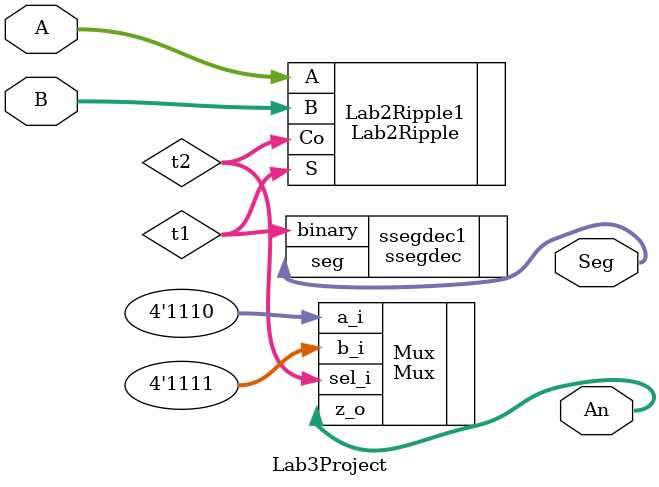
<source format=sv>
`timescale 1ns / 1ps


module Lab3Project(
    input [3:0] A,
    input [3:0] B,
    output [7:0] Seg,
    output [3:0] An
    );
    
    logic [3:0]t1,t2;
    
 Lab2Ripple Lab2Ripple1( .A(A), .B(B),.S(t1), .Co(t2));
 Mux#(4) Mux(.sel_i(t2),.a_i(4'b1110),.b_i(4'b1111),.z_o(An));
 ssegdec ssegdec1 (.binary(t1), .seg(Seg));
 

endmodule

</source>
